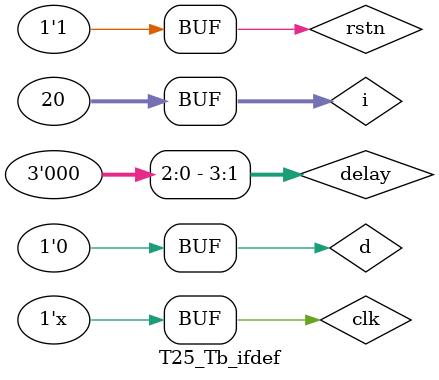
<source format=v>
module T25_ifdef (
    input clk, d,

    `ifdef INCLUDE_RSTN
    input rstn,
    `endif

    output reg q);

    always @(posedge clk) begin
        `ifdef INCLUDE_RSTN
        if(!rstn) begin
            q <= 0;
        end else
        `endif
        begin
            q <= d;
        end
    end
endmodule

module T25_Tb_ifdef;

    reg clk, d, rstn;
    wire q;
    reg [3:0] delay;

    T25_ifdef tb(.clk(clk), .d(d),
    `ifdef INCLUDE_RSTN
    .rstn(rstn),
    `endif
    .q(q));

    always #10 clk = ~clk;

    integer i;
    initial begin
        

        {d, rstn, clk} <= 0;

        #20 rstn <= 1;

        for (i = 0; i < 20; i = i + 1) begin
            delay = $random;
        end

        #20;
    end
endmodule
</source>
